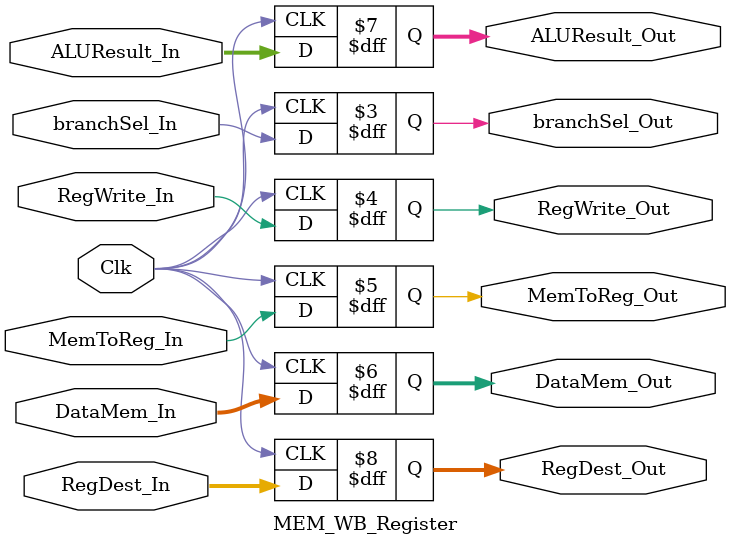
<source format=v>
`timescale 1ns / 1ps

module MEM_WB_Register( RegWrite_In, 
                       MemToReg_In,
                       DataMem_In,
                       ALUResult_In,
                       RegDest_In,
                       branchSel_In,
                       Clk, 
                       RegWrite_Out, 
                       MemToReg_Out, 
                       DataMem_Out,
                       ALUResult_Out,
                       RegDest_Out,
                       branchSel_Out
                       );
                       
       //WB Stage Signals                
       input RegWrite_In;                
       input MemToReg_In;
      input branchSel_In;
       
       output reg branchSel_Out;
       output reg RegWrite_Out; 
       output reg MemToReg_Out; 
       
       input Clk; 
       
       //data lines
       input [31:0] DataMem_In;
       input [31:0] ALUResult_In;
       input [4:0] RegDest_In;
       
       output reg [31:0] DataMem_Out;
       output reg [31:0] ALUResult_Out;
       output reg [4:0] RegDest_Out;
       
       
   initial begin    
       DataMem_Out <= 0 ;
       ALUResult_Out <= 0;
       RegDest_Out <= 0;
       RegWrite_Out <= 0; 
       MemToReg_Out <= 0; 
       branchSel_Out <= 0;
     end  
       
       
       always@(posedge Clk)begin
       branchSel_Out <= branchSel_In;
       RegWrite_Out <= RegWrite_In;
       MemToReg_Out <= MemToReg_In;
       DataMem_Out <= DataMem_In;
       ALUResult_Out <= ALUResult_In;
       RegDest_Out <= RegDest_In;
           
       end

endmodule

</source>
